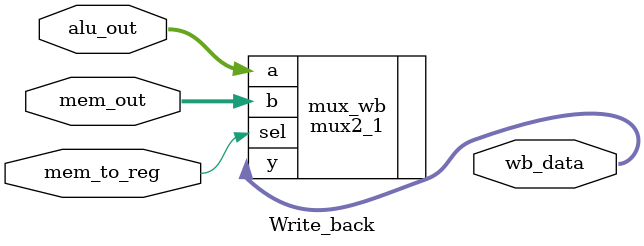
<source format=sv>
module Write_back#(parameter N=32)(input logic [N-1:0]mem_out,alu_out,
input logic mem_to_reg,
output logic [N-1:0] wb_data);

mux2_1 mux_wb (.a(alu_out),.b(mem_out),.sel(mem_to_reg),.y(wb_data));
endmodule

</source>
